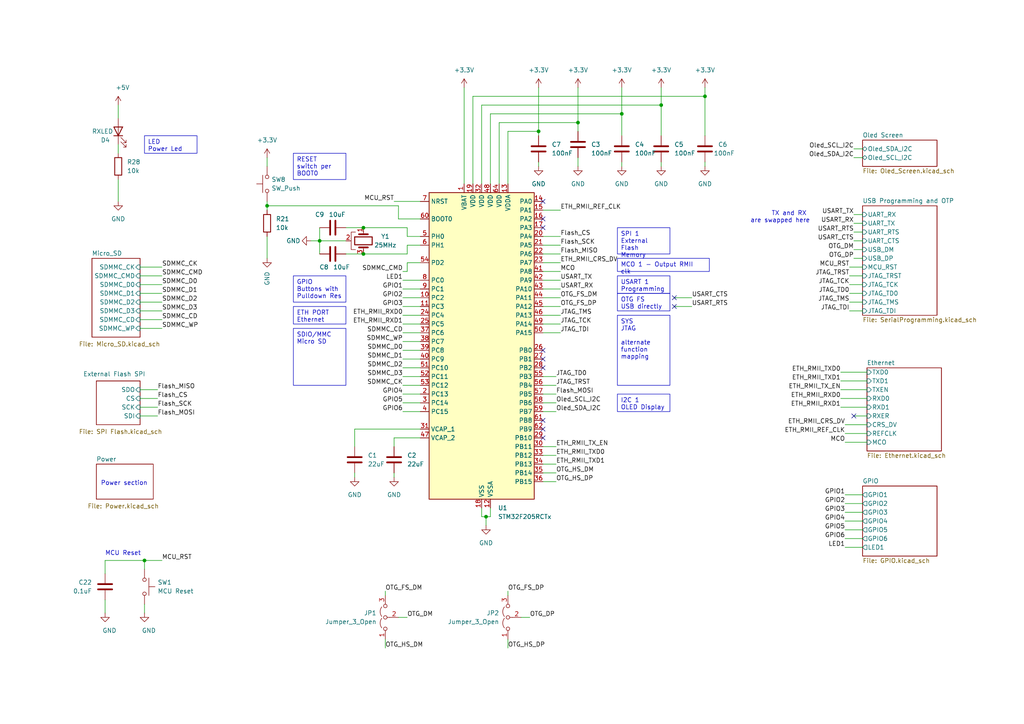
<source format=kicad_sch>
(kicad_sch (version 20230121) (generator eeschema)
  (paper "A4")
  (title_block (title "Polimi Board ") (date "2024-07-16") (rev "2.0") (company "Politecnico di Milano") (comment 1 "Embedded Systems Project") (comment 2 "ing. Zaccaria Eliseo Carrettoni"))
  (lib_symbols
    (symbol "Device:C" (pin_numbers hide) (pin_names (offset 0.254))
      (property "Reference" "C" (at 0.635 2.54 0))
      (property "Value" "C" (at 0.635 -2.54 0))
      (symbol "C_0_1"
        (polyline (pts (xy -2.032 -0.762) (xy 2.032 -0.762)) (stroke (width 0.508)))
        (polyline (pts (xy -2.032 0.762) (xy 2.032 0.762)) (stroke (width 0.508)))
      )
      (symbol "C_1_1"
        (pin passive line (at 0 3.81 270) (length 2.794) (name "~") (number "1"))
        (pin passive line (at 0 -3.81 90) (length 2.794) (name "~") (number "2"))
      )
    )
    (symbol "Device:Crystal_GND2" (pin_names (offset 1.016) hide)
      (property "Reference" "Y" (at 0 5.715 0))
      (property "Value" "Crystal_GND2" (at 0 3.81 0))
      (symbol "Crystal_GND2_0_1"
        (rectangle (start -1.143 2.54) (end 1.143 -2.54) (stroke (width 0.3048)))
        (polyline (pts (xy -2.54 0) (xy -1.905 0)))
        (polyline (pts (xy -1.905 -1.27) (xy -1.905 1.27)) (stroke (width 0.508)))
        (polyline (pts (xy 0 -3.81) (xy 0 -3.556)))
        (polyline (pts (xy 1.905 0) (xy 2.54 0)))
        (polyline (pts (xy 1.905 1.27) (xy 1.905 -1.27)) (stroke (width 0.508)))
        (polyline (pts (xy -2.54 -2.286) (xy -2.54 -3.556) (xy 2.54 -3.556) (xy 2.54 -2.286)))
      )
      (symbol "Crystal_GND2_1_1"
        (pin passive line (at -3.81 0 0) (length 1.27) (name "1") (number "1"))
        (pin passive line (at 0 -5.08 90) (length 1.27) (name "2") (number "2"))
        (pin passive line (at 3.81 0 180) (length 1.27) (name "3") (number "3"))
      )
    )
    (symbol "Device:LED" (pin_numbers hide) (pin_names (offset 1.016) hide)
      (property "Reference" "D" (at 0 2.54 0))
      (property "Value" "LED" (at 0 -2.54 0))
      (symbol "LED_0_1"
        (polyline (pts (xy -1.27 -1.27) (xy -1.27 1.27)) (stroke (width 0.254)))
        (polyline (pts (xy -1.27 0) (xy 1.27 0)))
        (polyline (pts (xy 1.27 -1.27) (xy 1.27 1.27) (xy -1.27 0) (xy 1.27 -1.27)) (stroke (width 0.254)))
        (polyline (pts (xy -3.048 -0.762) (xy -4.572 -2.286) (xy -3.81 -2.286) (xy -4.572 -2.286) (xy -4.572 -1.524)))
        (polyline (pts (xy -1.778 -0.762) (xy -3.302 -2.286) (xy -2.54 -2.286) (xy -3.302 -2.286) (xy -3.302 -1.524)))
      )
      (symbol "LED_1_1"
        (pin passive line (at -3.81 0 0) (length 2.54) (name "K") (number "1"))
        (pin passive line (at 3.81 0 180) (length 2.54) (name "A") (number "2"))
      )
    )
    (symbol "Device:R" (pin_numbers hide) (pin_names (offset 0))
      (property "Reference" "R" (at 2.032 0 90))
      (property "Value" "R" (at 0 0 90))
      (symbol "R_0_1"
        (rectangle (start -1.016 -2.54) (end 1.016 2.54) (stroke (width 0.254)))
      )
      (symbol "R_1_1"
        (pin passive line (at 0 3.81 270) (length 1.27) (name "~") (number "1"))
        (pin passive line (at 0 -3.81 90) (length 1.27) (name "~") (number "2"))
      )
    )
    (symbol "Jumper:Jumper_3_Open" (pin_names (offset 0) hide)
      (property "Reference" "JP" (at -2.54 -2.54 0))
      (property "Value" "Jumper_3_Open" (at 0 2.794 0))
      (symbol "Jumper_3_Open_0_0"
        (circle (center -3.302 0) (radius 0.508))
        (circle (center 0 0) (radius 0.508))
        (circle (center 3.302 0) (radius 0.508))
      )
      (symbol "Jumper_3_Open_0_1"
        (arc (start -0.254 1.016) (mid -1.651 1.4992) (end -3.048 1.016))
        (polyline (pts (xy 0 -0.508) (xy 0 -1.27)))
        (arc (start 3.048 1.016) (mid 1.651 1.4992) (end 0.254 1.016))
      )
      (symbol "Jumper_3_Open_1_1"
        (pin passive line (at -6.35 0 0) (length 2.54) (name "A") (number "1"))
        (pin passive line (at 0 -3.81 90) (length 2.54) (name "C") (number "2"))
        (pin passive line (at 6.35 0 180) (length 2.54) (name "B") (number "3"))
      )
    )
    (symbol "MCU_ST_STM32F2:STM32F205RCTx"
      (property "Reference" "U" (at -15.24 46.99 0))
      (property "Value" "STM32F205RCTx" (at 10.16 46.99 0))
      (symbol "STM32F205RCTx_0_1"
        (rectangle (start -15.24 -43.18) (end 15.24 45.72) (stroke (width 0.254)) (fill (type background)))
      )
      (symbol "STM32F205RCTx_1_1"
        (pin power_in line (at -5.08 48.26 270) (length 2.54) (name "VBAT") (number "1"))
        (pin bidirectional line (at -17.78 15.24 0) (length 2.54) (name "PC2") (number "10"))
        (pin bidirectional line (at -17.78 12.7 0) (length 2.54) (name "PC3") (number "11"))
        (pin power_in line (at 2.54 -45.72 90) (length 2.54) (name "VSSA") (number "12"))
        (pin power_in line (at 7.62 48.26 270) (length 2.54) (name "VDDA") (number "13"))
        (pin bidirectional line (at 17.78 43.18 180) (length 2.54) (name "PA0") (number "14"))
        (pin bidirectional line (at 17.78 40.64 180) (length 2.54) (name "PA1") (number "15"))
        (pin bidirectional line (at 17.78 38.1 180) (length 2.54) (name "PA2") (number "16"))
        (pin bidirectional line (at 17.78 35.56 180) (length 2.54) (name "PA3") (number "17"))
        (pin power_in line (at 0 -45.72 90) (length 2.54) (name "VSS") (number "18"))
        (pin power_in line (at -2.54 48.26 270) (length 2.54) (name "VDD") (number "19"))
        (pin bidirectional line (at -17.78 -12.7 0) (length 2.54) (name "PC13") (number "2"))
        (pin bidirectional line (at 17.78 33.02 180) (length 2.54) (name "PA4") (number "20"))
        (pin bidirectional line (at 17.78 30.48 180) (length 2.54) (name "PA5") (number "21"))
        (pin bidirectional line (at 17.78 27.94 180) (length 2.54) (name "PA6") (number "22"))
        (pin bidirectional line (at 17.78 25.4 180) (length 2.54) (name "PA7") (number "23"))
        (pin bidirectional line (at -17.78 10.16 0) (length 2.54) (name "PC4") (number "24"))
        (pin bidirectional line (at -17.78 7.62 0) (length 2.54) (name "PC5") (number "25"))
        (pin bidirectional line (at 17.78 0 180) (length 2.54) (name "PB0") (number "26"))
        (pin bidirectional line (at 17.78 -2.54 180) (length 2.54) (name "PB1") (number "27"))
        (pin bidirectional line (at 17.78 -5.08 180) (length 2.54) (name "PB2") (number "28"))
        (pin bidirectional line (at 17.78 -25.4 180) (length 2.54) (name "PB10") (number "29"))
        (pin bidirectional line (at -17.78 -15.24 0) (length 2.54) (name "PC14") (number "3"))
        (pin bidirectional line (at 17.78 -27.94 180) (length 2.54) (name "PB11") (number "30"))
        (pin power_out line (at -17.78 -22.86 0) (length 2.54) (name "VCAP_1") (number "31"))
        (pin power_in line (at 0 48.26 270) (length 2.54) (name "VDD") (number "32"))
        (pin bidirectional line (at 17.78 -30.48 180) (length 2.54) (name "PB12") (number "33"))
        (pin bidirectional line (at 17.78 -33.02 180) (length 2.54) (name "PB13") (number "34"))
        (pin bidirectional line (at 17.78 -35.56 180) (length 2.54) (name "PB14") (number "35"))
        (pin bidirectional line (at 17.78 -38.1 180) (length 2.54) (name "PB15") (number "36"))
        (pin bidirectional line (at -17.78 5.08 0) (length 2.54) (name "PC6") (number "37"))
        (pin bidirectional line (at -17.78 2.54 0) (length 2.54) (name "PC7") (number "38"))
        (pin bidirectional line (at -17.78 0 0) (length 2.54) (name "PC8") (number "39"))
        (pin bidirectional line (at -17.78 -17.78 0) (length 2.54) (name "PC15") (number "4"))
        (pin bidirectional line (at -17.78 -2.54 0) (length 2.54) (name "PC9") (number "40"))
        (pin bidirectional line (at 17.78 22.86 180) (length 2.54) (name "PA8") (number "41"))
        (pin bidirectional line (at 17.78 20.32 180) (length 2.54) (name "PA9") (number "42"))
        (pin bidirectional line (at 17.78 17.78 180) (length 2.54) (name "PA10") (number "43"))
        (pin bidirectional line (at 17.78 15.24 180) (length 2.54) (name "PA11") (number "44"))
        (pin bidirectional line (at 17.78 12.7 180) (length 2.54) (name "PA12") (number "45"))
        (pin bidirectional line (at 17.78 10.16 180) (length 2.54) (name "PA13") (number "46"))
        (pin power_out line (at -17.78 -25.4 0) (length 2.54) (name "VCAP_2") (number "47"))
        (pin power_in line (at 2.54 48.26 270) (length 2.54) (name "VDD") (number "48"))
        (pin bidirectional line (at 17.78 7.62 180) (length 2.54) (name "PA14") (number "49"))
        (pin bidirectional line (at -17.78 33.02 0) (length 2.54) (name "PH0") (number "5"))
        (pin bidirectional line (at 17.78 5.08 180) (length 2.54) (name "PA15") (number "50"))
        (pin bidirectional line (at -17.78 -5.08 0) (length 2.54) (name "PC10") (number "51"))
        (pin bidirectional line (at -17.78 -7.62 0) (length 2.54) (name "PC11") (number "52"))
        (pin bidirectional line (at -17.78 -10.16 0) (length 2.54) (name "PC12") (number "53"))
        (pin bidirectional line (at -17.78 25.4 0) (length 2.54) (name "PD2") (number "54"))
        (pin bidirectional line (at 17.78 -7.62 180) (length 2.54) (name "PB3") (number "55"))
        (pin bidirectional line (at 17.78 -10.16 180) (length 2.54) (name "PB4") (number "56"))
        (pin bidirectional line (at 17.78 -12.7 180) (length 2.54) (name "PB5") (number "57"))
        (pin bidirectional line (at 17.78 -15.24 180) (length 2.54) (name "PB6") (number "58"))
        (pin bidirectional line (at 17.78 -17.78 180) (length 2.54) (name "PB7") (number "59"))
        (pin bidirectional line (at -17.78 30.48 0) (length 2.54) (name "PH1") (number "6"))
        (pin input line (at -17.78 38.1 0) (length 2.54) (name "BOOT0") (number "60"))
        (pin bidirectional line (at 17.78 -20.32 180) (length 2.54) (name "PB8") (number "61"))
        (pin bidirectional line (at 17.78 -22.86 180) (length 2.54) (name "PB9") (number "62"))
        (pin passive line (at 0 -45.72 90) (length 2.54) hide (name "VSS") (number "63"))
        (pin power_in line (at 5.08 48.26 270) (length 2.54) (name "VDD") (number "64"))
        (pin input line (at -17.78 43.18 0) (length 2.54) (name "NRST") (number "7"))
        (pin bidirectional line (at -17.78 20.32 0) (length 2.54) (name "PC0") (number "8"))
        (pin bidirectional line (at -17.78 17.78 0) (length 2.54) (name "PC1") (number "9"))
      )
    )
    (symbol "Switch:SW_Push" (pin_numbers hide) (pin_names (offset 1.016) hide)
      (property "Reference" "SW" (at 1.27 2.54 0))
      (property "Value" "SW_Push" (at 0 -1.524 0))
      (symbol "SW_Push_0_1"
        (circle (center -2.032 0) (radius 0.508))
        (polyline (pts (xy 0 1.27) (xy 0 3.048)))
        (polyline (pts (xy 2.54 1.27) (xy -2.54 1.27)))
        (circle (center 2.032 0) (radius 0.508))
        (pin passive line (at -5.08 0 0) (length 2.54) (name "1") (number "1"))
        (pin passive line (at 5.08 0 180) (length 2.54) (name "2") (number "2"))
      )
    )
    (symbol "power:+3.3V" (power) (pin_names (offset 0))
      (property "Value" "+3.3V" (at 0 3.556 0))
      (symbol "+3.3V_0_1"
        (polyline (pts (xy -0.762 1.27) (xy 0 2.54)))
        (polyline (pts (xy 0 0) (xy 0 2.54)))
        (polyline (pts (xy 0 2.54) (xy 0.762 1.27)))
      )
      (symbol "+3.3V_1_1"
        (pin power_in line (at 0 0 90) (length 0) hide (name "+3.3V") (number "1"))
      )
    )
    (symbol "power:+5V" (power) (pin_names (offset 0))
      (property "Value" "+5V" (at 0 3.556 0))
      (symbol "+5V_0_1"
        (polyline (pts (xy -0.762 1.27) (xy 0 2.54)))
        (polyline (pts (xy 0 0) (xy 0 2.54)))
        (polyline (pts (xy 0 2.54) (xy 0.762 1.27)))
      )
      (symbol "+5V_1_1"
        (pin power_in line (at 0 0 90) (length 0) hide (name "+5V") (number "1"))
      )
    )
    (symbol "power:GND" (power) (pin_names (offset 0))
      (property "Value" "GND" (at 0 -3.81 0))
      (symbol "GND_0_1"
        (polyline (pts (xy 0 0) (xy 0 -1.27) (xy 1.27 -1.27) (xy 0 -2.54) (xy -1.27 -1.27) (xy 0 -1.27)))
      )
      (symbol "GND_1_1"
        (pin power_in line (at 0 0 270) (length 0) hide (name "GND") (number "1"))
      )
    )
  )
  (junction (at 156.21 38.1))
  (junction (at 204.47 27.94))
  (junction (at 140.97 149.86))
  (junction (at 167.64 35.56))
  (junction (at 77.47 59.69))
  (junction (at 191.77 30.48))
  (junction (at 105.41 73.66))
  (junction (at 105.41 66.04))
  (junction (at 180.34 33.02))
  (junction (at 92.71 69.85))
  (junction (at 41.91 162.56))
  (no_connect (at 157.48 104.14))
  (no_connect (at 247.65 120.65))
  (no_connect (at 195.58 88.9))
  (no_connect (at 157.48 63.5))
  (no_connect (at 157.48 121.92))
  (no_connect (at 157.48 124.46))
  (no_connect (at 157.48 106.68))
  (no_connect (at 157.48 58.42))
  (no_connect (at 157.48 66.04))
  (no_connect (at 157.48 127))
  (no_connect (at 195.58 86.36))
  (no_connect (at 157.48 101.6))
  (wire (pts (xy 40.64 80.01) (xy 46.99 80.01)))
  (wire (pts (xy 180.34 33.02) (xy 180.34 39.37)))
  (wire (pts (xy 114.3 127) (xy 121.92 127)))
  (wire (pts (xy 247.65 74.93) (xy 250.19 74.93)))
  (wire (pts (xy 34.29 41.91) (xy 34.29 44.45)))
  (wire (pts (xy 40.64 90.17) (xy 46.99 90.17)))
  (wire (pts (xy 245.11 151.13) (xy 250.19 151.13)))
  (wire (pts (xy 116.84 96.52) (xy 121.92 96.52)))
  (wire (pts (xy 34.29 58.42) (xy 34.29 52.07)))
  (wire (pts (xy 118.11 78.74) (xy 118.11 76.2)))
  (wire (pts (xy 144.78 35.56) (xy 167.64 35.56)))
  (wire (pts (xy 116.84 109.22) (xy 121.92 109.22)))
  (wire (pts (xy 139.7 147.32) (xy 139.7 149.86)))
  (wire (pts (xy 157.48 76.2) (xy 162.56 76.2)))
  (wire (pts (xy 116.84 99.06) (xy 121.92 99.06)))
  (wire (pts (xy 247.65 62.23) (xy 250.19 62.23)))
  (wire (pts (xy 204.47 25.4) (xy 204.47 27.94)))
  (wire (pts (xy 247.65 64.77) (xy 250.19 64.77)))
  (wire (pts (xy 157.48 119.38) (xy 161.29 119.38)))
  (wire (pts (xy 157.48 96.52) (xy 162.56 96.52)))
  (wire (pts (xy 243.84 118.11) (xy 251.46 118.11)))
  (wire (pts (xy 191.77 25.4) (xy 191.77 30.48)))
  (wire (pts (xy 105.41 66.04) (xy 118.11 66.04)))
  (wire (pts (xy 116.84 93.98) (xy 121.92 93.98)))
  (wire (pts (xy 247.65 67.31) (xy 250.19 67.31)))
  (wire (pts (xy 247.65 72.39) (xy 250.19 72.39)))
  (wire (pts (xy 195.58 86.36) (xy 200.66 86.36)))
  (wire (pts (xy 116.84 111.76) (xy 121.92 111.76)))
  (wire (pts (xy 118.11 76.2) (xy 121.92 76.2)))
  (wire (pts (xy 92.71 69.85) (xy 92.71 73.66)))
  (wire (pts (xy 247.65 120.65) (xy 251.46 120.65)))
  (wire (pts (xy 157.48 81.28) (xy 162.56 81.28)))
  (wire (pts (xy 102.87 124.46) (xy 102.87 129.54)))
  (wire (pts (xy 40.64 113.03) (xy 45.72 113.03)))
  (wire (pts (xy 116.84 83.82) (xy 121.92 83.82)))
  (wire (pts (xy 92.71 66.04) (xy 92.71 69.85)))
  (wire (pts (xy 195.58 88.9) (xy 200.66 88.9)))
  (wire (pts (xy 147.32 53.34) (xy 147.32 38.1)))
  (wire (pts (xy 147.32 185.42) (xy 147.32 187.96)))
  (wire (pts (xy 157.48 91.44) (xy 162.56 91.44)))
  (wire (pts (xy 246.38 77.47) (xy 250.19 77.47)))
  (wire (pts (xy 157.48 109.22) (xy 161.29 109.22)))
  (wire (pts (xy 142.24 149.86) (xy 142.24 147.32)))
  (wire (pts (xy 157.48 139.7) (xy 161.29 139.7)))
  (wire (pts (xy 116.84 81.28) (xy 121.92 81.28)))
  (wire (pts (xy 116.84 119.38) (xy 121.92 119.38)))
  (wire (pts (xy 40.64 85.09) (xy 46.99 85.09)))
  (wire (pts (xy 243.84 113.03) (xy 251.46 113.03)))
  (wire (pts (xy 116.84 78.74) (xy 118.11 78.74)))
  (wire (pts (xy 245.11 123.19) (xy 251.46 123.19)))
  (wire (pts (xy 77.47 45.72) (xy 77.47 48.26)))
  (wire (pts (xy 116.84 106.68) (xy 121.92 106.68)))
  (wire (pts (xy 118.11 68.58) (xy 121.92 68.58)))
  (wire (pts (xy 116.84 88.9) (xy 121.92 88.9)))
  (wire (pts (xy 204.47 46.99) (xy 204.47 48.26)))
  (wire (pts (xy 34.29 30.48) (xy 34.29 34.29)))
  (wire (pts (xy 41.91 162.56) (xy 41.91 165.1)))
  (wire (pts (xy 157.48 88.9) (xy 162.56 88.9)))
  (wire (pts (xy 116.84 114.3) (xy 121.92 114.3)))
  (wire (pts (xy 40.64 120.65) (xy 45.72 120.65)))
  (wire (pts (xy 180.34 25.4) (xy 180.34 33.02)))
  (wire (pts (xy 191.77 46.99) (xy 191.77 48.26)))
  (wire (pts (xy 157.48 134.62) (xy 161.29 134.62)))
  (wire (pts (xy 245.11 143.51) (xy 250.19 143.51)))
  (wire (pts (xy 139.7 53.34) (xy 139.7 30.48)))
  (wire (pts (xy 114.3 127) (xy 114.3 129.54)))
  (wire (pts (xy 245.11 125.73) (xy 251.46 125.73)))
  (wire (pts (xy 137.16 27.94) (xy 137.16 53.34)))
  (wire (pts (xy 40.64 92.71) (xy 46.99 92.71)))
  (wire (pts (xy 157.48 86.36) (xy 162.56 86.36)))
  (wire (pts (xy 157.48 68.58) (xy 162.56 68.58)))
  (wire (pts (xy 157.48 83.82) (xy 162.56 83.82)))
  (wire (pts (xy 40.64 77.47) (xy 46.99 77.47)))
  (wire (pts (xy 204.47 27.94) (xy 204.47 39.37)))
  (wire (pts (xy 156.21 25.4) (xy 156.21 38.1)))
  (wire (pts (xy 115.57 63.5) (xy 121.92 63.5)))
  (wire (pts (xy 118.11 71.12) (xy 121.92 71.12)))
  (wire (pts (xy 246.38 85.09) (xy 250.19 85.09)))
  (wire (pts (xy 142.24 33.02) (xy 142.24 53.34)))
  (wire (pts (xy 140.97 149.86) (xy 140.97 152.4)))
  (wire (pts (xy 30.48 173.99) (xy 30.48 177.8)))
  (wire (pts (xy 157.48 116.84) (xy 161.29 116.84)))
  (wire (pts (xy 118.11 66.04) (xy 118.11 68.58)))
  (wire (pts (xy 140.97 149.86) (xy 139.7 149.86)))
  (wire (pts (xy 102.87 137.16) (xy 102.87 138.43)))
  (wire (pts (xy 40.64 115.57) (xy 45.72 115.57)))
  (wire (pts (xy 246.38 90.17) (xy 250.19 90.17)))
  (wire (pts (xy 156.21 38.1) (xy 156.21 39.37)))
  (wire (pts (xy 167.64 45.72) (xy 167.64 48.26)))
  (wire (pts (xy 40.64 118.11) (xy 45.72 118.11)))
  (wire (pts (xy 167.64 25.4) (xy 167.64 35.56)))
  (wire (pts (xy 156.21 46.99) (xy 156.21 48.26)))
  (wire (pts (xy 116.84 91.44) (xy 121.92 91.44)))
  (wire (pts (xy 246.38 82.55) (xy 250.19 82.55)))
  (wire (pts (xy 116.84 116.84) (xy 121.92 116.84)))
  (wire (pts (xy 144.78 53.34) (xy 144.78 35.56)))
  (wire (pts (xy 46.99 162.56) (xy 41.91 162.56)))
  (wire (pts (xy 118.11 73.66) (xy 118.11 71.12)))
  (wire (pts (xy 102.87 124.46) (xy 121.92 124.46)))
  (wire (pts (xy 105.41 73.66) (xy 118.11 73.66)))
  (wire (pts (xy 151.13 179.07) (xy 153.67 179.07)))
  (wire (pts (xy 41.91 162.56) (xy 30.48 162.56)))
  (wire (pts (xy 180.34 46.99) (xy 180.34 48.26)))
  (wire (pts (xy 30.48 162.56) (xy 30.48 166.37)))
  (wire (pts (xy 243.84 115.57) (xy 251.46 115.57)))
  (wire (pts (xy 247.65 45.72) (xy 250.19 45.72)))
  (wire (pts (xy 77.47 59.69) (xy 115.57 59.69)))
  (wire (pts (xy 245.11 156.21) (xy 250.19 156.21)))
  (wire (pts (xy 147.32 171.45) (xy 147.32 172.72)))
  (wire (pts (xy 157.48 137.16) (xy 161.29 137.16)))
  (wire (pts (xy 134.62 25.4) (xy 134.62 53.34)))
  (wire (pts (xy 247.65 69.85) (xy 250.19 69.85)))
  (wire (pts (xy 116.84 101.6) (xy 121.92 101.6)))
  (wire (pts (xy 111.76 185.42) (xy 111.76 187.96)))
  (wire (pts (xy 157.48 111.76) (xy 161.29 111.76)))
  (wire (pts (xy 167.64 38.1) (xy 167.64 35.56)))
  (wire (pts (xy 246.38 80.01) (xy 250.19 80.01)))
  (wire (pts (xy 157.48 60.96) (xy 162.56 60.96)))
  (wire (pts (xy 245.11 128.27) (xy 251.46 128.27)))
  (wire (pts (xy 191.77 30.48) (xy 191.77 39.37)))
  (wire (pts (xy 116.84 86.36) (xy 121.92 86.36)))
  (wire (pts (xy 157.48 129.54) (xy 161.29 129.54)))
  (wire (pts (xy 114.3 58.42) (xy 121.92 58.42)))
  (wire (pts (xy 41.91 175.26) (xy 41.91 177.8)))
  (wire (pts (xy 140.97 149.86) (xy 142.24 149.86)))
  (wire (pts (xy 100.33 66.04) (xy 105.41 66.04)))
  (wire (pts (xy 77.47 59.69) (xy 77.47 60.96)))
  (wire (pts (xy 157.48 78.74) (xy 162.56 78.74)))
  (wire (pts (xy 245.11 158.75) (xy 250.19 158.75)))
  (wire (pts (xy 115.57 59.69) (xy 115.57 63.5)))
  (wire (pts (xy 157.48 132.08) (xy 161.29 132.08)))
  (wire (pts (xy 105.41 73.66) (xy 100.33 73.66)))
  (wire (pts (xy 137.16 27.94) (xy 204.47 27.94)))
  (wire (pts (xy 142.24 33.02) (xy 180.34 33.02)))
  (wire (pts (xy 247.65 43.18) (xy 250.19 43.18)))
  (wire (pts (xy 77.47 58.42) (xy 77.47 59.69)))
  (wire (pts (xy 92.71 69.85) (xy 90.17 69.85)))
  (wire (pts (xy 40.64 95.25) (xy 46.99 95.25)))
  (wire (pts (xy 245.11 146.05) (xy 250.19 146.05)))
  (wire (pts (xy 40.64 87.63) (xy 46.99 87.63)))
  (wire (pts (xy 92.71 69.85) (xy 100.33 69.85)))
  (wire (pts (xy 40.64 82.55) (xy 46.99 82.55)))
  (wire (pts (xy 115.57 179.07) (xy 118.11 179.07)))
  (wire (pts (xy 245.11 153.67) (xy 250.19 153.67)))
  (wire (pts (xy 157.48 93.98) (xy 162.56 93.98)))
  (wire (pts (xy 114.3 137.16) (xy 114.3 138.43)))
  (wire (pts (xy 116.84 104.14) (xy 121.92 104.14)))
  (wire (pts (xy 243.84 107.95) (xy 251.46 107.95)))
  (wire (pts (xy 111.76 171.45) (xy 111.76 172.72)))
  (wire (pts (xy 147.32 38.1) (xy 156.21 38.1)))
  (wire (pts (xy 243.84 110.49) (xy 251.46 110.49)))
  (wire (pts (xy 157.48 73.66) (xy 162.56 73.66)))
  (wire (pts (xy 77.47 74.93) (xy 77.47 68.58)))
  (wire (pts (xy 157.48 114.3) (xy 161.29 114.3)))
  (wire (pts (xy 246.38 87.63) (xy 250.19 87.63)))
  (wire (pts (xy 139.7 30.48) (xy 191.77 30.48)))
  (wire (pts (xy 157.48 71.12) (xy 162.56 71.12)))
  (wire (pts (xy 245.11 148.59) (xy 250.19 148.59)))
  (text_box "OTG FS \nUSB directly\n\n\n" (at 179.07 85.09 0) (size 15.24 5.08) (effects (font (size 1.27 1.27)) (justify left top)))
  (text_box "I2C 1\nOLED Display\n\n\n" (at 179.07 114.3 0) (size 15.24 5.08) (effects (font (size 1.27 1.27)) (justify left top)))
  (text_box "RESET\nswitch per BOOT0\n\n\n\n" (at 85.09 44.45 0) (size 15.24 7.62) (effects (font (size 1.27 1.27)) (justify left top)))
  (text_box "SYS\nJTAG \n\nalternate function mapping\n\n\n\n" (at 179.07 91.44 0) (size 15.24 20.32) (effects (font (size 1.27 1.27)) (justify left top)))
  (text_box "USART 1\nProgramming\n\n" (at 179.07 80.01 0) (size 15.24 5.08) (effects (font (size 1.27 1.27)) (justify left top)))
  (text_box "GPIO\nButtons with Pulldown Res\n\n\n\n" (at 85.09 80.01 0) (size 15.24 7.62) (effects (font (size 1.27 1.27)) (justify left top)))
  (text_box "SDIO/MMC\nMicro SD\n\n\n" (at 85.09 95.25 0) (size 15.24 16.51) (effects (font (size 1.27 1.27)) (justify left top)))
  (text_box "SPI 1\nExternal Flash Memory\n\n\n\n" (at 179.07 66.04 0) (size 15.24 7.62) (effects (font (size 1.27 1.27)) (justify left top)))
  (text_box "LED\nPower Led\n\n\n" (at 41.91 39.37 0) (size 15.24 5.08) (effects (font (size 1.27 1.27)) (justify left top)))
  (text_box "ETH PORT\nEthernet\n\n\n" (at 85.09 88.9 0) (size 15.24 5.08) (effects (font (size 1.27 1.27)) (justify left top)))
  (text_box "MCO 1 - Output RMII clk \n\n\n\n" (at 179.07 74.93 0) (size 26.67 3.81) (effects (font (size 1.27 1.27)) (justify left top)))
  (text "TX and RX \nare swapped here" (at 234.95 64.77 0) (effects (font (size 1.27 1.27)) (justify right bottom)))
  (text "MCU Reset\n" (at 30.48 161.29 0) (effects (font (size 1.27 1.27)) (justify left bottom)))
  (text "Power section\n" (at 29.21 140.97 0) (effects (font (size 1.27 1.27)) (justify left bottom)))
  (label "LED1" (at 245.11 158.75 180))
  (label "OTG_DP" (at 153.67 179.07 0))
  (label "JTAG_TCK" (at 162.56 93.98 0))
  (label "ETH_RMII_TX_EN" (at 243.84 113.03 180))
  (label "USART_RX" (at 247.65 64.77 180))
  (label "Oled_SDA_I2C" (at 161.29 119.38 0))
  (label "Oled_SCL_I2C" (at 247.65 43.18 180))
  (label "GPIO3" (at 245.11 148.59 180))
  (label "Flash_MOSI" (at 161.29 114.3 0))
  (label "ETH_RMII_TXD0" (at 243.84 107.95 180))
  (label "USART_RTS" (at 247.65 67.31 180))
  (label "SDMMC_WP" (at 116.84 99.06 180))
  (label "SDMMC_D0" (at 46.99 82.55 0))
  (label "ETH_RMII_CRS_DV" (at 162.56 76.2 0))
  (label "ETH_RMII_TXD0" (at 161.29 132.08 0))
  (label "GPIO1" (at 245.11 143.51 180))
  (label "SDMMC_D2" (at 46.99 87.63 0))
  (label "SDMMC_D1" (at 116.84 104.14 180))
  (label "SDMMC_D1" (at 46.99 85.09 0))
  (label "GPIO1" (at 116.84 83.82 180))
  (label "OTG_FS_DM" (at 111.76 171.45 0))
  (label "Oled_SDA_I2C" (at 247.65 45.72 180))
  (label "MCO" (at 162.56 78.74 0))
  (label "GPIO5" (at 245.11 153.67 180))
  (label "ETH_RMII_TXD1" (at 161.29 134.62 0))
  (label "JTAG_TMS" (at 162.56 91.44 0))
  (label "ETH_RMII_RXD1" (at 116.84 93.98 180))
  (label "MCO" (at 245.11 128.27 180))
  (label "GPIO6" (at 116.84 119.38 180))
  (label "SDMMC_D3" (at 46.99 90.17 0))
  (label "Flash_MISO" (at 45.72 113.03 0))
  (label "JTAG_TCK" (at 246.38 82.55 180))
  (label "ETH_RMII_RXD0" (at 116.84 91.44 180))
  (label "USART_CTS" (at 247.65 69.85 180))
  (label "ETH_RMII_CRS_DV" (at 245.11 123.19 180))
  (label "Flash_SCK" (at 45.72 118.11 0))
  (label "Flash_CS" (at 162.56 68.58 0))
  (label "SDMMC_D0" (at 116.84 101.6 180))
  (label "USART_TX" (at 162.56 81.28 0))
  (label "GPIO5" (at 116.84 116.84 180))
  (label "OTG_HS_DP" (at 161.29 139.7 0))
  (label "OTG_FS_DP" (at 162.56 88.9 0))
  (label "ETH_RMII_TXD1" (at 243.84 110.49 180))
  (label "JTAG_TMS" (at 246.38 87.63 180))
  (label "OTG_FS_DP" (at 147.32 171.45 0))
  (label "OTG_DP" (at 247.65 74.93 180))
  (label "USART_RX" (at 162.56 83.82 0))
  (label "OTG_DM" (at 247.65 72.39 180))
  (label "Flash_MOSI" (at 45.72 120.65 0))
  (label "GPIO2" (at 116.84 86.36 180))
  (label "ETH_RMII_REF_CLK" (at 245.11 125.73 180))
  (label "OTG_HS_DM" (at 161.29 137.16 0))
  (label "JTAG_TRST" (at 161.29 111.76 0))
  (label "OTG_DM" (at 118.11 179.07 0))
  (label "ETH_RMII_RXD0" (at 243.84 115.57 180))
  (label "JTAG_TD0" (at 161.29 109.22 0))
  (label "ETH_RMII_REF_CLK" (at 162.56 60.96 0))
  (label "OTG_HS_DP" (at 147.32 187.96 0))
  (label "USART_CTS" (at 200.66 86.36 0))
  (label "SDMMC_D2" (at 116.84 106.68 180))
  (label "OTG_HS_DM" (at 111.76 187.96 0))
  (label "GPIO4" (at 245.11 151.13 180))
  (label "Flash_SCK" (at 162.56 71.12 0))
  (label "MCU_RST" (at 46.99 162.56 0))
  (label "USART_TX" (at 247.65 62.23 180))
  (label "Flash_MISO" (at 162.56 73.66 0))
  (label "JTAG_TRST" (at 246.38 80.01 180))
  (label "SDMMC_CD" (at 46.99 92.71 0))
  (label "OTG_FS_DM" (at 162.56 86.36 0))
  (label "SDMMC_D3" (at 116.84 109.22 180))
  (label "GPIO3" (at 116.84 88.9 180))
  (label "JTAG_TDI" (at 162.56 96.52 0))
  (label "GPIO4" (at 116.84 114.3 180))
  (label "SDMMC_CK" (at 116.84 111.76 180))
  (label "ETH_RMII_TX_EN" (at 161.29 129.54 0))
  (label "JTAG_TDI" (at 246.38 90.17 180))
  (label "Oled_SCL_I2C" (at 161.29 116.84 0))
  (label "JTAG_TD0" (at 246.38 85.09 180))
  (label "ETH_RMII_RXD1" (at 243.84 118.11 180))
  (label "MCU_RST" (at 114.3 58.42 180))
  (label "SDMMC_CMD" (at 116.84 78.74 180))
  (label "Flash_CS" (at 45.72 115.57 0))
  (label "SDMMC_CMD" (at 46.99 80.01 0))
  (label "LED1" (at 116.84 81.28 180))
  (label "SDMMC_CK" (at 46.99 77.47 0))
  (label "GPIO6" (at 245.11 156.21 180))
  (label "SDMMC_CD" (at 116.84 96.52 180))
  (label "MCU_RST" (at 246.38 77.47 180))
  (label "SDMMC_WP" (at 46.99 95.25 0))
  (label "GPIO2" (at 245.11 146.05 180))
  (label "USART_RTS" (at 200.66 88.9 0))
  (symbol (lib_id "Device:C") (at 191.77 43.18 0) (unit 1)
    (property "Reference" "C5" (at 195.58 41.91 0) (effects (justify left)))
    (property "Value" "100nF" (at 195.58 44.45 0) (effects (justify left)))
  )
  (symbol (lib_id "power:GND") (at 204.47 48.26 0) (unit 1)
    (property "Reference" "#PWR012" (effects hide))
    (property "Value" "GND" (at 204.47 53.34 0))
  )
  (symbol (lib_id "power:GND") (at 114.3 138.43 0) (unit 1)
    (property "Reference" "#PWR05" (effects hide))
    (property "Value" "GND" (at 114.3 143.51 0))
  )
  (symbol (lib_id "Device:LED") (at 34.29 38.1 90) (unit 1)
    (property "Reference" "D4" (at 29.21 40.64 90) (effects (justify right)))
    (property "Value" "RXLED" (at 26.67 38.1 90) (effects (justify right)))
  )
  (symbol (lib_id "power:GND") (at 191.77 48.26 0) (unit 1)
    (property "Reference" "#PWR010" (effects hide))
    (property "Value" "GND" (at 191.77 53.34 0))
  )
  (symbol (lib_id "Device:C") (at 114.3 133.35 0) (unit 1)
    (property "Reference" "C2" (at 118.11 132.08 0) (effects (justify left)))
    (property "Value" "22uF" (at 118.11 134.62 0) (effects (justify left)))
  )
  (symbol (lib_id "power:+3.3V") (at 134.62 25.4 0) (unit 1)
    (property "Reference" "#PWR070" (effects hide))
    (property "Value" "+3.3V" (at 134.62 20.32 0))
  )
  (symbol (lib_id "power:GND") (at 156.21 48.26 0) (unit 1)
    (property "Reference" "#PWR014" (effects hide))
    (property "Value" "GND" (at 156.21 53.34 0))
  )
  (symbol (lib_id "Device:C") (at 167.64 41.91 0) (unit 1)
    (property "Reference" "C3" (at 171.45 41.91 0) (effects (justify left)))
    (property "Value" "100nF" (at 171.45 44.45 0) (effects (justify left)))
  )
  (symbol (lib_id "Device:C") (at 102.87 133.35 0) (unit 1)
    (property "Reference" "C1" (at 106.68 132.08 0) (effects (justify left)))
    (property "Value" "22uF" (at 106.68 134.62 0) (effects (justify left)))
  )
  (symbol (lib_id "power:GND") (at 102.87 138.43 0) (unit 1)
    (property "Reference" "#PWR04" (effects hide))
    (property "Value" "GND" (at 102.87 143.51 0))
  )
  (symbol (lib_id "Device:Crystal_GND2") (at 105.41 69.85 270) (unit 1)
    (property "Reference" "Y1" (at 111.76 68.58 90))
    (property "Value" "25MHz" (at 111.76 71.12 90))
  )
  (symbol (lib_id "power:GND") (at 34.29 58.42 0) (unit 1)
    (property "Reference" "#PWR057" (effects hide))
    (property "Value" "GND" (at 34.29 63.5 0))
  )
  (symbol (lib_id "MCU_ST_STM32F2:STM32F205RCTx") (at 139.7 101.6 0) (unit 1)
    (property "Reference" "U1" (at 144.4341 147.32 0) (effects (justify left)))
    (property "Value" "STM32F205RCTx" (at 144.4341 149.86 0) (effects (justify left)))
    (property "Footprint" "Package_QFP:LQFP-64_10x10mm_P0.5mm" (effects hide))
    (property "Datasheet" "https://www.st.com/resource/en/datasheet/stm32f205rc.pdf" (effects hide))
  )
  (symbol (lib_id "Device:R") (at 77.47 64.77 0) (unit 1)
    (property "Reference" "R21" (at 80.01 63.5 0) (effects (justify left)))
    (property "Value" "10k" (at 80.01 66.04 0) (effects (justify left)))
  )
  (symbol (lib_id "power:GND") (at 30.48 177.8 0) (mirror y) (unit 1)
    (property "Reference" "#PWR03" (effects hide))
    (property "Value" "GND" (at 31.75 182.88 0))
  )
  (symbol (lib_id "power:GND") (at 167.64 48.26 0) (unit 1)
    (property "Reference" "#PWR06" (effects hide))
    (property "Value" "GND" (at 167.64 53.34 0))
  )
  (symbol (lib_id "power:+3.3V") (at 167.64 25.4 0) (unit 1)
    (property "Reference" "#PWR071" (effects hide))
    (property "Value" "+3.3V" (at 167.64 20.32 0))
  )
  (symbol (lib_id "Device:C") (at 30.48 170.18 0) (mirror y) (unit 1)
    (property "Reference" "C22" (at 26.67 168.91 0) (effects (justify left)))
    (property "Value" "0.1uF" (at 26.67 171.45 0) (effects (justify left)))
  )
  (symbol (lib_id "Device:C") (at 204.47 43.18 0) (unit 1)
    (property "Reference" "C6" (at 208.28 41.91 0) (effects (justify left)))
    (property "Value" "100nF" (at 207.01 44.45 0) (effects (justify left)))
  )
  (symbol (lib_id "Jumper:Jumper_3_Open") (at 147.32 179.07 90) (unit 1)
    (property "Reference" "JP2" (at 144.78 177.8 90) (effects (justify left)))
    (property "Value" "Jumper_3_Open" (at 144.78 180.34 90) (effects (justify left)))
  )
  (symbol (lib_id "power:GND") (at 41.91 177.8 0) (mirror y) (unit 1)
    (property "Reference" "#PWR066" (effects hide))
    (property "Value" "GND" (at 43.18 182.88 0))
  )
  (symbol (lib_id "power:GND") (at 180.34 48.26 0) (unit 1)
    (property "Reference" "#PWR08" (effects hide))
    (property "Value" "GND" (at 180.34 53.34 0))
  )
  (symbol (lib_id "Switch:SW_Push") (at 41.91 170.18 270) (mirror x) (unit 1)
    (property "Reference" "SW1" (at 45.72 168.91 90) (effects (justify left)))
    (property "Value" "MCU Reset" (at 45.72 171.45 90) (effects (justify left)))
  )
  (symbol (lib_id "power:GND") (at 77.47 74.93 0) (unit 1)
    (property "Reference" "#PWR07" (effects hide))
    (property "Value" "GND" (at 77.47 78.74 90) (effects (justify right)))
  )
  (symbol (lib_id "power:+3.3V") (at 204.47 25.4 0) (unit 1)
    (property "Reference" "#PWR075" (effects hide))
    (property "Value" "+3.3V" (at 204.47 20.32 0))
  )
  (symbol (lib_id "Device:C") (at 156.21 43.18 0) (unit 1)
    (property "Reference" "C7" (at 160.02 41.91 0) (effects (justify left)))
    (property "Value" "100nF" (at 160.02 44.45 0) (effects (justify left)))
  )
  (symbol (lib_id "power:+3.3V") (at 180.34 25.4 0) (unit 1)
    (property "Reference" "#PWR073" (effects hide))
    (property "Value" "+3.3V" (at 180.34 20.32 0))
  )
  (symbol (lib_id "Switch:SW_Push") (at 77.47 53.34 90) (unit 1)
    (property "Reference" "SW8" (at 78.74 52.07 90) (effects (justify right)))
    (property "Value" "SW_Push" (at 78.74 54.61 90) (effects (justify right)))
  )
  (symbol (lib_id "Device:R") (at 34.29 48.26 180) (unit 1)
    (property "Reference" "R28" (at 36.83 46.99 0) (effects (justify right)))
    (property "Value" "10k" (at 36.83 49.53 0) (effects (justify right)))
  )
  (symbol (lib_id "power:GND") (at 90.17 69.85 270) (unit 1)
    (property "Reference" "#PWR015" (effects hide))
    (property "Value" "GND" (at 85.09 69.85 90))
  )
  (symbol (lib_id "Jumper:Jumper_3_Open") (at 111.76 179.07 90) (unit 1)
    (property "Reference" "JP1" (at 109.22 177.8 90) (effects (justify left)))
    (property "Value" "Jumper_3_Open" (at 109.22 180.34 90) (effects (justify left)))
  )
  (symbol (lib_id "power:+3.3V") (at 191.77 25.4 0) (unit 1)
    (property "Reference" "#PWR074" (effects hide))
    (property "Value" "+3.3V" (at 191.77 20.32 0))
  )
  (symbol (lib_id "power:+5V") (at 34.29 30.48 0) (unit 1)
    (property "Reference" "#PWR085" (effects hide))
    (property "Value" "+5V" (at 35.56 25.4 0))
  )
  (symbol (lib_id "power:+3.3V") (at 77.47 45.72 0) (unit 1)
    (property "Reference" "#PWR029" (effects hide))
    (property "Value" "+3.3V" (at 77.47 40.64 0))
  )
  (symbol (lib_id "Device:C") (at 180.34 43.18 0) (unit 1)
    (property "Reference" "C4" (at 184.15 41.91 0) (effects (justify left)))
    (property "Value" "100nF" (at 184.15 44.45 0) (effects (justify left)))
  )
  (symbol (lib_id "Device:C") (at 96.52 73.66 270) (unit 1)
    (property "Reference" "C8" (at 93.98 77.47 90))
    (property "Value" "10uF" (at 99.06 77.47 90))
  )
  (symbol (lib_id "power:GND") (at 140.97 152.4 0) (unit 1)
    (property "Reference" "#PWR02" (effects hide))
    (property "Value" "GND" (at 140.97 157.48 0))
  )
  (symbol (lib_id "Device:C") (at 96.52 66.04 270) (unit 1)
    (property "Reference" "C9" (at 92.71 62.23 90))
    (property "Value" "10uF" (at 97.79 62.23 90))
  )
  (symbol (lib_id "power:+3.3V") (at 156.21 25.4 0) (unit 1)
    (property "Reference" "#PWR072" (effects hide))
    (property "Value" "+3.3V" (at 156.21 20.32 0))
  )
  (sheet (at 250.19 40.64) (size 21.59 7.62) (stroke (width 0.1524))
    (property "Sheetname" "Oled Screen" (at 250.19 39.9284 0) (effects (justify left bottom)))
    (property "Sheetfile" "Oled_Screen.kicad_sch" (at 250.19 48.8446 0) (effects (justify left top)))
    (pin "Oled_SDA_I2C" bidirectional (at 250.19 43.18 180))
    (pin "Oled_SCL_I2C" bidirectional (at 250.19 45.72 180))
  )
  (sheet (at 27.94 134.62) (size 16.51 10.16) (stroke (width 0.1524))
    (property "Sheetname" "Power" (at 27.94 133.9084 0) (effects (justify left bottom)))
    (property "Sheetfile" "Power.kicad_sch" (at 25.4 146.05 0) (effects (justify left top)))
  )
  (sheet (at 251.46 106.68) (size 21.59 24.13) (stroke (width 0.1524))
    (property "Sheetname" "Ethernet" (at 251.46 105.9684 0) (effects (justify left bottom)))
    (property "Sheetfile" "Ethernet.kicad_sch" (at 251.46 131.3946 0) (effects (justify left top)))
    (pin "TXD0" input (at 251.46 107.95 180))
    (pin "TXD1" input (at 251.46 110.49 180))
    (pin "TXEN" input (at 251.46 113.03 180))
    (pin "RXD0" input (at 251.46 115.57 180))
    (pin "RXD1" input (at 251.46 118.11 180))
    (pin "RXER" input (at 251.46 120.65 180))
    (pin "CRS_DV" input (at 251.46 123.19 180))
    (pin "REFCLK" input (at 251.46 125.73 180))
    (pin "MCO" input (at 251.46 128.27 180))
  )
  (sheet (at 26.67 74.93) (size 13.97 22.86) (stroke (width 0.1524))
    (property "Sheetname" "Micro_SD" (at 26.67 74.2184 0) (effects (justify left bottom)))
    (property "Sheetfile" "Micro_SD.kicad_sch" (at 22.86 99.06 0) (effects (justify left top)))
    (pin "SDMMC_CK" input (at 40.64 77.47 0))
    (pin "SDMMC_CMD" input (at 40.64 80.01 0))
    (pin "SDMMC_D0" input (at 40.64 82.55 0))
    (pin "SDMMC_D1" input (at 40.64 85.09 0))
    (pin "SDMMC_D2" input (at 40.64 87.63 0))
    (pin "SDMMC_D3" input (at 40.64 90.17 0))
    (pin "SDMMC_CD" input (at 40.64 92.71 0))
    (pin "SDMMC_WP" input (at 40.64 95.25 0))
  )
  (sheet (at 27.94 110.49) (size 12.7 12.7) (stroke (width 0.1524))
    (property "Sheetname" "External Flash SPI" (at 24.13 109.22 0) (effects (justify left bottom)))
    (property "Sheetfile" "SPI Flash.kicad_sch" (at 22.86 124.46 0) (effects (justify left top)))
    (pin "SDO" input (at 40.64 113.03 0))
    (pin "CS" input (at 40.64 115.57 0))
    (pin "SCK" input (at 40.64 118.11 0))
    (pin "SDI" input (at 40.64 120.65 0))
  )
  (sheet (at 250.19 140.97) (size 21.59 20.32) (stroke (width 0.1524))
    (property "Sheetname" "GPIO" (at 250.19 140.2584 0) (effects (justify left bottom)))
    (property "Sheetfile" "GPIO.kicad_sch" (at 250.19 161.8746 0) (effects (justify left top)))
    (pin "GPIO3" output (at 250.19 148.59 180))
    (pin "GPIO2" output (at 250.19 146.05 180))
    (pin "GPIO1" output (at 250.19 143.51 180))
    (pin "GPIO6" output (at 250.19 156.21 180))
    (pin "GPIO4" output (at 250.19 151.13 180))
    (pin "GPIO5" output (at 250.19 153.67 180))
    (pin "LED1" output (at 250.19 158.75 180))
  )
  (sheet (at 250.19 59.69) (size 21.59 31.75) (stroke (width 0.1524))
    (property "Sheetname" "USB Programming and OTP" (at 250.19 58.9784 0) (effects (justify left bottom)))
    (property "Sheetfile" "SerialProgramming.kicad_sch" (at 250.19 92.0246 0) (effects (justify left top)))
    (pin "UART_TX" input (at 250.19 64.77 180))
    (pin "UART_RTS" input (at 250.19 67.31 180))
    (pin "UART_RX" input (at 250.19 62.23 180))
    (pin "UART_CTS" input (at 250.19 69.85 180))
    (pin "USB_DM" input (at 250.19 72.39 180))
    (pin "USB_DP" input (at 250.19 74.93 180))
    (pin "MCU_RST" input (at 250.19 77.47 180))
    (pin "JTAG_TRST" input (at 250.19 80.01 180))
    (pin "JTAG_TCK" input (at 250.19 82.55 180))
    (pin "JTAG_TD0" input (at 250.19 85.09 180))
    (pin "JTAG_TMS" input (at 250.19 87.63 180))
    (pin "JTAG_TDI" input (at 250.19 90.17 180))
  )
)
</source>
